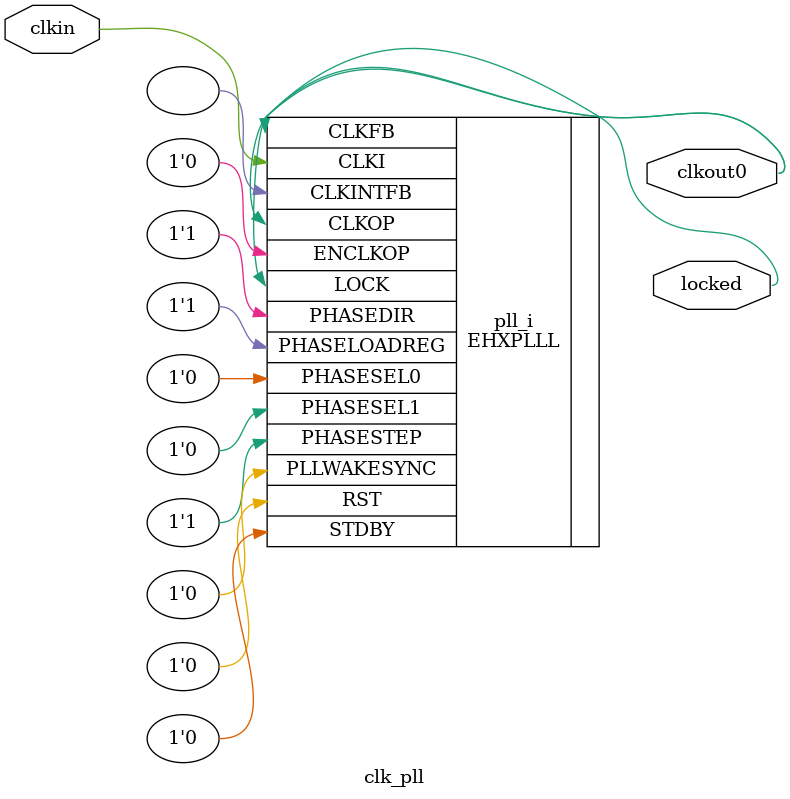
<source format=sv>
module clk_pll
(
    input clkin, // 25 MHz, 0 deg
    output clkout0, // 35 MHz, 0 deg
    output locked
);
(* FREQUENCY_PIN_CLKI="25" *)
(* FREQUENCY_PIN_CLKOP="35" *)
(* ICP_CURRENT="12" *) (* LPF_RESISTOR="8" *) (* MFG_ENABLE_FILTEROPAMP="1" *) (* MFG_GMCREF_SEL="2" *)
EHXPLLL #(
        .PLLRST_ENA("DISABLED"),
        .INTFB_WAKE("DISABLED"),
        .STDBY_ENABLE("DISABLED"),
        .DPHASE_SOURCE("DISABLED"),
        .OUTDIVIDER_MUXA("DIVA"),
        .OUTDIVIDER_MUXB("DIVB"),
        .OUTDIVIDER_MUXC("DIVC"),
        .OUTDIVIDER_MUXD("DIVD"),
        .CLKI_DIV(5),
        .CLKOP_ENABLE("ENABLED"),
        .CLKOP_DIV(17),
        .CLKOP_CPHASE(8),
        .CLKOP_FPHASE(0),
        .FEEDBK_PATH("CLKOP"),
        .CLKFB_DIV(7)
    ) pll_i (
        .RST(1'b0),
        .STDBY(1'b0),
        .CLKI(clkin),
        .CLKOP(clkout0),
        .CLKFB(clkout0),
        .CLKINTFB(),
        .PHASESEL0(1'b0),
        .PHASESEL1(1'b0),
        .PHASEDIR(1'b1),
        .PHASESTEP(1'b1),
        .PHASELOADREG(1'b1),
        .PLLWAKESYNC(1'b0),
        .ENCLKOP(1'b0),
        .LOCK(locked)
	);
endmodule

</source>
